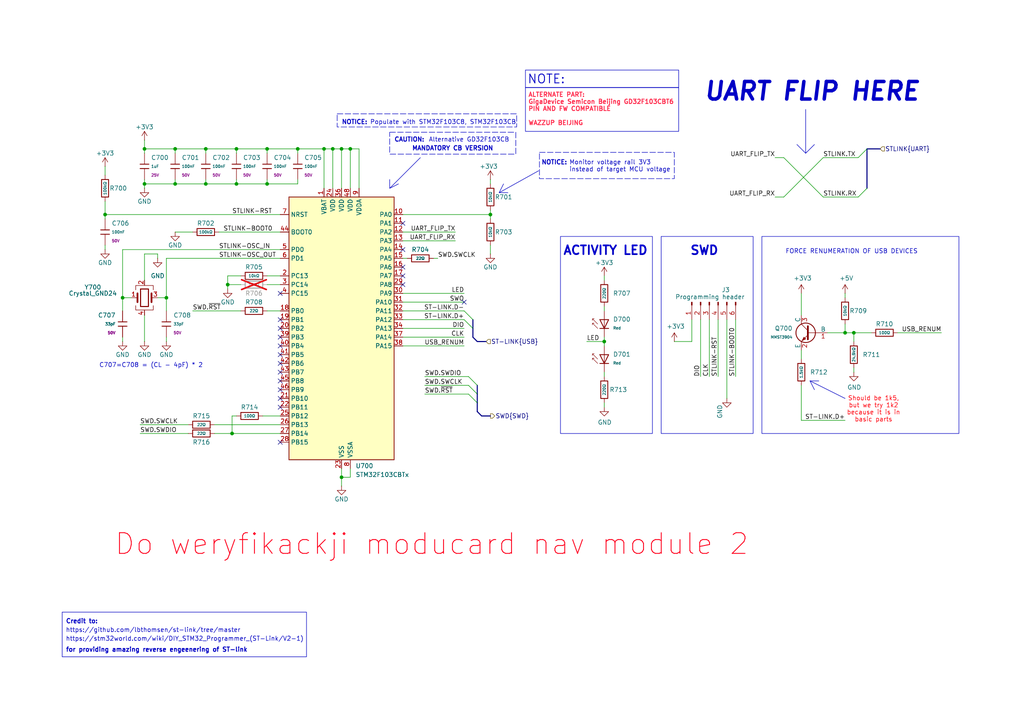
<source format=kicad_sch>
(kicad_sch (version 20250114) (generator "eeschema") (generator_version "9.0")
  (paper "A4")
  (title_block (title "Black magic probe") (date "2025-04-22") (rev "A") (company "Moducard System") (comment 1 "Artem Horiunov") (comment 2 "Designed in poland"))
  (rectangle (start 191.77 68.58) (end 218.44 125.73))
  (rectangle (start 162.56 68.58) (end 189.23 125.73))
  (rectangle (start 18.034 177.546) (end 88.9 190.5))
  (rectangle (start 152.4 25.4) (end 196.85 38.1))
  (rectangle (start 113.03 38.354) (end 149.606 44.704) (stroke (width 0) (type dash)))
  (rectangle (start 220.98 68.58) (end 278.13 125.73))
  (rectangle (start 152.4 20.32) (end 196.85 25.4))
  (rectangle (start 97.79 33.02) (end 149.86 36.83) (stroke (width 0) (type dash)))
  (rectangle (start 156.464 44.196) (end 195.58 51.816) (stroke (width 0) (type dash)))
  (text "ACTIVITY LED\n" (at 163.195 74.295 0) (effects (font (size 2.54 2.54) (thickness 0.508) (bold yes)) (justify left bottom)))
  (text "NOTICE:" (at 160.782 47.244 0) (effects (font (size 1.27 1.27) (bold yes))))
  (text "Alternative GD32F103CB " (at 136.525 40.64 0) (effects (font (size 1.27 1.27))))
  (text "FORCE RENUMERATION OF USB DEVICES" (at 247.015 73.025 0) (effects (font (size 1.27 1.27))))
  (text "for providing amazing reverse engeenering of ST-link\n" (at 19.05 188.595 0) (effects (font (size 1.27 1.27) (bold yes)) (justify left)))
  (text "Monitor voltage rail 3V3 \ninstead of target MCU voltage" (at 165.1 48.26 0) (effects (font (size 1.27 1.27)) (justify left)))
  (text "UART FLIP HERE" (at 235.458 26.67 0) (effects (font (size 5.08 5.08) (thickness 1.016) (bold yes) (italic yes))))
  (text "https://github.com/lbthomsen/st-link/tree/master" (at 19.05 182.88 0) (effects (font (size 1.27 1.27)) (justify left)))
  (text "NOTICE:" (at 99.06 35.56 0) (effects (font (size 1.27 1.27) (bold yes)) (justify left)))
  (text "SWD\n" (at 200.025 74.295 0) (effects (font (size 2.54 2.54) (thickness 0.508) (bold yes)) (justify left bottom)))
  (text "NOTE:" (at 152.908 23.114 0) (effects (font (size 2.54 2.54) (thickness 0.254) (bold yes)) (justify left)))
  (text " MANDATORY CB VERSION" (at 130.81 43.18 0) (effects (font (size 1.27 1.27) (bold yes))))
  (text "CAUTION:" (at 118.745 40.64 0) (effects (font (size 1.27 1.27) (bold yes))))
  (text "Credit to:" (at 19.05 180.34 0) (effects (font (size 1.27 1.27) (bold yes)) (justify left)))
  (text "https://stm32world.com/wiki/DIY_STM32_Programmer_(ST-Link/V2-1)" (at 19.05 185.42 0) (effects (font (size 1.27 1.27)) (justify left)))
  (text "ALTERNATE PART:\nGigaDevice Semicon Beijing GD32F103CBT6\nPIN AND FW COMPATIBLE\n\nWAZZUP BEIJING\n" (at 153.162 31.75 0) (effects (font (size 1.27 1.27) (thickness 0.254) (bold yes)) (justify left)))
  (text "Populate with STM32F103C8, STM32F103CB\n" (at 107.315 35.56 0) (effects (font (size 1.27 1.27)) (justify left)))
  (text "Should be 1k5,\nbut we try 1k2\nbecause it is in\nbasic parts" (at 253.365 118.745 0) (effects (font (size 1.27 1.27))))
  (text "Do weryfikackji moducard nav module 2\n" (at 125.222 157.988 0) (effects (font (size 6 6) (thickness 0.254) (bold yes))))
  (text "C707=C708 = (CL - 4pF) * 2\n" (at 43.815 106.045 0) (effects (font (size 1.27 1.27))))
  (junction (at 175.26 99.06))
  (junction (at 41.91 53.34))
  (junction (at 35.56 86.36))
  (junction (at 68.58 43.18))
  (junction (at 67.31 125.73))
  (junction (at 99.06 43.18))
  (junction (at 142.24 62.23))
  (junction (at 77.47 43.18))
  (junction (at 59.69 43.18))
  (junction (at 30.48 62.23))
  (junction (at 96.52 43.18))
  (junction (at 245.11 96.52))
  (junction (at 101.6 43.18))
  (junction (at 41.91 43.18))
  (junction (at 86.36 43.18))
  (junction (at 77.47 53.34))
  (junction (at 48.26 86.36))
  (junction (at 93.98 43.18))
  (junction (at 50.8 43.18))
  (junction (at 59.69 53.34))
  (junction (at 99.06 138.43))
  (junction (at 66.04 82.55))
  (junction (at 68.58 53.34))
  (junction (at 247.65 96.52))
  (junction (at 50.8 53.34))
  (no_connect (at 81.28 92.71))
  (no_connect (at 81.28 100.33))
  (no_connect (at 81.28 95.25))
  (no_connect (at 81.28 110.49))
  (no_connect (at 81.28 128.27))
  (no_connect (at 81.28 85.09))
  (no_connect (at 116.84 82.55))
  (no_connect (at 116.84 72.39))
  (no_connect (at 81.28 118.11))
  (no_connect (at 116.84 77.47))
  (no_connect (at 116.84 64.77))
  (no_connect (at 81.28 115.57))
  (no_connect (at 81.28 107.95))
  (no_connect (at 81.28 102.87))
  (no_connect (at 81.28 97.79))
  (no_connect (at 134.62 87.63))
  (no_connect (at 81.28 105.41))
  (no_connect (at 116.84 80.01))
  (no_connect (at 81.28 113.03))
  (bus_entry (at 134.62 92.71) (size 2.54 2.54))
  (bus_entry (at 134.62 90.17) (size 2.54 2.54))
  (bus_entry (at 135.89 111.76) (size 2.54 2.54))
  (bus_entry (at 135.89 109.22) (size 2.54 2.54))
  (bus_entry (at 251.46 54.61) (size -2.54 2.54))
  (bus_entry (at 135.89 114.3) (size 2.54 2.54))
  (bus_entry (at 251.46 43.18) (size -2.54 2.54))
  (wire (pts (xy 175.26 97.79) (xy 175.26 99.06)))
  (wire (pts (xy 125.73 74.93) (xy 127 74.93)))
  (wire (pts (xy 195.58 99.06) (xy 200.66 99.06)))
  (wire (pts (xy 77.47 43.18) (xy 86.36 43.18)))
  (wire (pts (xy 116.84 69.85) (xy 132.08 69.85)))
  (wire (pts (xy 41.91 43.18) (xy 41.91 44.45)))
  (bus (pts (xy 255.27 43.18) (xy 251.46 43.18)))
  (wire (pts (xy 123.19 109.22) (xy 135.89 109.22)))
  (wire (pts (xy 59.69 43.18) (xy 59.69 44.45)))
  (wire (pts (xy 116.84 97.79) (xy 134.62 97.79)))
  (bus (pts (xy 138.43 119.38) (xy 139.7 120.65)))
  (wire (pts (xy 116.84 95.25) (xy 134.62 95.25)))
  (wire (pts (xy 76.2 120.65) (xy 81.28 120.65)))
  (wire (pts (xy 99.06 43.18) (xy 96.52 43.18)))
  (wire (pts (xy 48.26 74.93) (xy 48.26 86.36)))
  (wire (pts (xy 35.56 86.36) (xy 38.1 86.36)))
  (wire (pts (xy 224.79 57.15) (xy 227.33 57.15)))
  (wire (pts (xy 35.56 97.79) (xy 35.56 99.06)))
  (wire (pts (xy 45.72 86.36) (xy 48.26 86.36)))
  (wire (pts (xy 48.26 74.93) (xy 81.28 74.93)))
  (wire (pts (xy 238.76 57.15) (xy 248.92 57.15)))
  (wire (pts (xy 41.91 40.64) (xy 41.91 43.18)))
  (wire (pts (xy 232.41 121.92) (xy 245.11 121.92)))
  (wire (pts (xy 41.91 43.18) (xy 50.8 43.18)))
  (wire (pts (xy 104.14 43.18) (xy 101.6 43.18)))
  (wire (pts (xy 59.69 52.07) (xy 59.69 53.34)))
  (wire (pts (xy 224.79 45.72) (xy 227.33 45.72)))
  (wire (pts (xy 67.31 125.73) (xy 81.28 125.73)))
  (wire (pts (xy 175.26 100.33) (xy 175.26 99.06)))
  (wire (pts (xy 93.98 43.18) (xy 96.52 43.18)))
  (wire (pts (xy 99.06 43.18) (xy 99.06 54.61)))
  (wire (pts (xy 175.26 90.17) (xy 175.26 88.9)))
  (polyline (pts (xy 156.21 49.53) (xy 144.78 55.88)))
  (wire (pts (xy 116.84 85.09) (xy 134.62 85.09)))
  (wire (pts (xy 232.41 101.6) (xy 232.41 104.14)))
  (wire (pts (xy 30.48 62.23) (xy 81.28 62.23)))
  (wire (pts (xy 116.84 92.71) (xy 134.62 92.71)))
  (wire (pts (xy 86.36 52.07) (xy 86.36 53.34)))
  (wire (pts (xy 77.47 52.07) (xy 77.47 53.34)))
  (wire (pts (xy 116.84 62.23) (xy 142.24 62.23)))
  (wire (pts (xy 77.47 80.01) (xy 81.28 80.01)))
  (bus (pts (xy 139.7 120.65) (xy 142.24 120.65)))
  (wire (pts (xy 116.84 100.33) (xy 134.62 100.33)))
  (wire (pts (xy 245.11 93.98) (xy 245.11 96.52)))
  (wire (pts (xy 41.91 53.34) (xy 41.91 54.61)))
  (wire (pts (xy 208.28 109.22) (xy 208.28 92.71)))
  (wire (pts (xy 48.26 86.36) (xy 48.26 90.17)))
  (wire (pts (xy 104.14 54.61) (xy 104.14 43.18)))
  (polyline (pts (xy 233.68 44.45) (xy 236.22 41.91)))
  (wire (pts (xy 68.58 43.18) (xy 68.58 44.45)))
  (bus (pts (xy 138.43 99.06) (xy 140.97 99.06)))
  (wire (pts (xy 62.23 123.19) (xy 81.28 123.19)))
  (polyline (pts (xy 121.92 45.72) (xy 113.03 54.61)))
  (wire (pts (xy 77.47 43.18) (xy 77.47 44.45)))
  (polyline (pts (xy 233.68 31.75) (xy 233.68 44.45)))
  (bus (pts (xy 251.46 43.18) (xy 251.46 54.61)))
  (wire (pts (xy 86.36 44.45) (xy 86.36 43.18)))
  (bus (pts (xy 137.16 95.25) (xy 137.16 97.79)))
  (wire (pts (xy 101.6 135.89) (xy 101.6 138.43)))
  (wire (pts (xy 67.31 120.65) (xy 68.58 120.65)))
  (wire (pts (xy 77.47 53.34) (xy 86.36 53.34)))
  (wire (pts (xy 116.84 90.17) (xy 134.62 90.17)))
  (wire (pts (xy 203.2 109.22) (xy 203.2 92.71)))
  (wire (pts (xy 252.73 96.52) (xy 247.65 96.52)))
  (wire (pts (xy 45.72 73.66) (xy 45.72 74.93)))
  (wire (pts (xy 101.6 43.18) (xy 101.6 54.61)))
  (wire (pts (xy 35.56 72.39) (xy 35.56 86.36)))
  (wire (pts (xy 227.33 45.72) (xy 238.76 57.15)))
  (wire (pts (xy 142.24 71.12) (xy 142.24 73.66)))
  (wire (pts (xy 41.91 52.07) (xy 41.91 53.34)))
  (wire (pts (xy 142.24 60.96) (xy 142.24 62.23)))
  (wire (pts (xy 101.6 138.43) (xy 99.06 138.43)))
  (polyline (pts (xy 113.03 52.07) (xy 113.03 54.61)))
  (wire (pts (xy 66.04 82.55) (xy 69.85 82.55)))
  (wire (pts (xy 213.36 109.22) (xy 213.36 92.71)))
  (wire (pts (xy 41.91 91.44) (xy 41.91 99.06)))
  (polyline (pts (xy 144.78 55.88) (xy 146.05 53.34)))
  (wire (pts (xy 55.88 90.17) (xy 69.85 90.17)))
  (wire (pts (xy 50.8 43.18) (xy 59.69 43.18)))
  (wire (pts (xy 41.91 73.66) (xy 45.72 73.66)))
  (wire (pts (xy 50.8 43.18) (xy 50.8 44.45)))
  (wire (pts (xy 101.6 43.18) (xy 99.06 43.18)))
  (polyline (pts (xy 234.95 110.49) (xy 237.49 110.49)))
  (wire (pts (xy 116.84 87.63) (xy 134.62 87.63)))
  (wire (pts (xy 86.36 43.18) (xy 93.98 43.18)))
  (wire (pts (xy 93.98 43.18) (xy 93.98 54.61)))
  (polyline (pts (xy 245.11 115.57) (xy 234.95 110.49)))
  (wire (pts (xy 63.5 67.31) (xy 81.28 67.31)))
  (bus (pts (xy 138.43 99.06) (xy 137.16 97.79)))
  (bus (pts (xy 138.43 116.84) (xy 138.43 119.38)))
  (wire (pts (xy 62.23 125.73) (xy 67.31 125.73)))
  (wire (pts (xy 35.56 72.39) (xy 81.28 72.39)))
  (wire (pts (xy 175.26 107.95) (xy 175.26 109.22)))
  (polyline (pts (xy 113.03 54.61) (xy 115.57 53.34)))
  (wire (pts (xy 175.26 118.11) (xy 175.26 116.84)))
  (wire (pts (xy 175.26 81.28) (xy 175.26 80.01)))
  (wire (pts (xy 50.8 67.31) (xy 55.88 67.31)))
  (wire (pts (xy 205.74 109.22) (xy 205.74 92.71)))
  (wire (pts (xy 30.48 58.42) (xy 30.48 62.23)))
  (wire (pts (xy 232.41 85.09) (xy 232.41 91.44)))
  (wire (pts (xy 238.76 45.72) (xy 248.92 45.72)))
  (wire (pts (xy 40.64 123.19) (xy 54.61 123.19)))
  (wire (pts (xy 227.33 57.15) (xy 238.76 45.72)))
  (wire (pts (xy 68.58 43.18) (xy 77.47 43.18)))
  (wire (pts (xy 50.8 52.07) (xy 50.8 53.34)))
  (wire (pts (xy 50.8 53.34) (xy 59.69 53.34)))
  (wire (pts (xy 123.19 114.3) (xy 135.89 114.3)))
  (bus (pts (xy 138.43 114.3) (xy 138.43 116.84)))
  (wire (pts (xy 247.65 106.68) (xy 247.65 107.95)))
  (wire (pts (xy 30.48 62.23) (xy 30.48 63.5)))
  (wire (pts (xy 59.69 53.34) (xy 68.58 53.34)))
  (wire (pts (xy 30.48 71.12) (xy 30.48 72.39)))
  (wire (pts (xy 99.06 135.89) (xy 99.06 138.43)))
  (wire (pts (xy 81.28 82.55) (xy 77.47 82.55)))
  (wire (pts (xy 59.69 43.18) (xy 68.58 43.18)))
  (wire (pts (xy 245.11 85.09) (xy 245.11 86.36)))
  (wire (pts (xy 142.24 62.23) (xy 142.24 63.5)))
  (wire (pts (xy 116.84 67.31) (xy 132.08 67.31)))
  (wire (pts (xy 67.31 120.65) (xy 67.31 125.73)))
  (polyline (pts (xy 231.14 41.91) (xy 233.68 44.45)))
  (wire (pts (xy 123.19 111.76) (xy 135.89 111.76)))
  (wire (pts (xy 200.66 99.06) (xy 200.66 92.71)))
  (wire (pts (xy 68.58 52.07) (xy 68.58 53.34)))
  (polyline (pts (xy 144.78 55.88) (xy 147.32 55.88)))
  (wire (pts (xy 232.41 111.76) (xy 232.41 121.92)))
  (wire (pts (xy 77.47 90.17) (xy 81.28 90.17)))
  (wire (pts (xy 247.65 99.06) (xy 247.65 96.52)))
  (wire (pts (xy 175.26 99.06) (xy 170.18 99.06)))
  (wire (pts (xy 273.05 96.52) (xy 260.35 96.52)))
  (wire (pts (xy 96.52 43.18) (xy 96.52 54.61)))
  (wire (pts (xy 245.11 96.52) (xy 247.65 96.52)))
  (wire (pts (xy 142.24 52.07) (xy 142.24 53.34)))
  (polyline (pts (xy 234.95 110.49) (xy 236.22 113.03)))
  (wire (pts (xy 48.26 97.79) (xy 48.26 99.06)))
  (bus (pts (xy 137.16 92.71) (xy 137.16 95.25)))
  (wire (pts (xy 66.04 80.01) (xy 66.04 82.55)))
  (wire (pts (xy 116.84 74.93) (xy 118.11 74.93)))
  (wire (pts (xy 99.06 138.43) (xy 99.06 140.97)))
  (wire (pts (xy 40.64 125.73) (xy 54.61 125.73)))
  (bus (pts (xy 138.43 114.3) (xy 138.43 111.76)))
  (wire (pts (xy 66.04 80.01) (xy 69.85 80.01)))
  (wire (pts (xy 35.56 86.36) (xy 35.56 90.17)))
  (wire (pts (xy 30.48 48.26) (xy 30.48 50.8)))
  (wire (pts (xy 66.04 82.55) (xy 66.04 83.82)))
  (wire (pts (xy 41.91 81.28) (xy 41.91 73.66)))
  (wire (pts (xy 210.82 115.57) (xy 210.82 92.71)))
  (wire (pts (xy 68.58 53.34) (xy 77.47 53.34)))
  (wire (pts (xy 245.11 96.52) (xy 240.03 96.52)))
  (wire (pts (xy 41.91 53.34) (xy 50.8 53.34)))
  (label "USB_RENUM" (at 134.62 100.33 180))
  (label "STLINK.TX" (at 238.76 45.72 0))
  (label "LED" (at 134.62 85.09 180))
  (label "SWD.SWDIO" (at 40.64 125.73 0))
  (label "SWD.~{RST}" (at 55.88 90.17 0))
  (label "UART_FLIP_TX" (at 224.79 45.72 180))
  (label "DIO" (at 134.62 95.25 180))
  (label "STLINK-RST" (at 208.28 109.22 90))
  (label "UART_FLIP_RX" (at 132.08 69.85 180))
  (label "STLINK-OSC_IN" (at 63.5 72.39 0))
  (label "UART_FLIP_TX" (at 132.08 67.31 180))
  (label "CLK" (at 205.74 109.22 90))
  (label "SWD.SWCLK" (at 123.19 111.76 0))
  (label "STLINK-BOOT0" (at 64.77 67.31 0))
  (label "SWD.SWDIO" (at 123.19 109.22 0))
  (label "CLK" (at 134.62 97.79 180))
  (label "STLINK-BOOT0" (at 213.36 109.22 90))
  (label "STLINK-OSC_OUT" (at 63.5 74.93 0))
  (label "SWO" (at 134.62 87.63 180))
  (label "STLINK-RST" (at 67.31 62.23 0))
  (label "SWD.SWCLK" (at 40.64 123.19 0))
  (label "UART_FLIP_RX" (at 224.79 57.15 180))
  (label "SWD.~{RST}" (at 123.19 114.3 0))
  (label "ST-LINK.D-" (at 134.62 90.17 180))
  (label "LED" (at 170.18 99.06 0))
  (label "STLINK.RX" (at 238.76 57.15 0))
  (label "SWD.SWCLK" (at 127 74.93 0))
  (label "ST-LINK.D+" (at 134.62 92.71 180))
  (label "ST-LINK.D+" (at 245.11 121.92 180))
  (label "USB_RENUM" (at 273.05 96.52 180))
  (label "DIO" (at 203.2 109.22 90))
  (hierarchical_label "STLINK{UART}" (shape input) (at 255.27 43.18 0))
  (hierarchical_label "SWD{SWD}" (shape output) (at 142.24 120.65 0))
  (hierarchical_label "ST-LINK{USB}" (shape input) (at 140.97 99.06 0))
  (symbol (lib_id "PCM_JLCPCB-Capacitors:0402,33pF") (at 35.56 93.98 0) (unit 1)
    (property "Reference" "C707" (at 33.528 91.4399 0) (effects (justify right)))
    (property "Value" "33pF" (at 33.528 93.98 0) (effects (font (size 0.8 0.8)) (justify right)))
    (property "Footprint" "PCM_JLCPCB:C_0402" (effects (hide yes)))
    (property "Datasheet" "https://www.lcsc.com/datasheet/lcsc_datasheet_2304140030_FH--Guangdong-Fenghua-Advanced-Tech-0402CG330J500NT_C1562.pdf" (effects (hide yes)))
    (property "Description" "50V 33pF C0G ±5% 0402 Multilayer Ceramic Capacitors MLCC - SMD/SMT ROHS" (effects (hide yes)))
    (property "LCSC" "C1562" (effects (hide yes)))
    (property "Stock" "1049076" (effects (hide yes)))
    (property "Price" "0.004USD" (effects (hide yes)))
    (property "Process" "SMT" (effects (hide yes)))
    (property "Minimum Qty" "20" (effects (hide yes)))
    (property "Attrition Qty" "10" (effects (hide yes)))
    (property "Class" "Basic Component" (effects (hide yes)))
    (property "Category" "Capacitors,Multilayer Ceramic Capacitors MLCC - SMD/SMT" (effects (hide yes)))
    (property "Manufacturer" "FH(Guangdong Fenghua Advanced Tech)" (effects (hide yes)))
    (property "Part" "0402CG330J500NT" (effects (hide yes)))
    (property "Voltage Rated" "50V" (at 33.528 96.52 0) (effects (font (size 0.8 0.8)) (justify right)))
    (property "Tolerance" "±5%" (effects (hide yes)))
    (property "Capacitance" "33pF" (effects (hide yes)))
    (property "Temperature Coefficient" "C0G" (effects (hide yes)))
  )
  (symbol (lib_id "power:GND") (at 30.48 72.39 0) (unit 1)
    (property "Reference" "#PWR0705" (effects (hide yes)))
    (property "Value" "GND" (at 30.48 76.2 0))
    (property "Description" "Power symbol creates a global label with name \"GND\" , ground" (effects (hide yes)))
  )
  (symbol (lib_id "PCM_JLCPCB-Capacitors:0402,100nF,(2)") (at 30.48 67.31 0) (unit 1)
    (property "Reference" "C706" (at 32.385 64.7699 0) (effects (justify left)))
    (property "Value" "100nF" (at 32.385 67.31 0) (effects (font (size 0.8 0.8)) (justify left)))
    (property "Footprint" "PCM_JLCPCB:C_0402" (effects (hide yes)))
    (property "Datasheet" "https://www.lcsc.com/datasheet/lcsc_datasheet_2304140030_Samsung-Electro-Mechanics-CL05B104KB54PNC_C307331.pdf" (effects (hide yes)))
    (property "Description" "50V 100nF X7R ±10% 0402 Multilayer Ceramic Capacitors MLCC - SMD/SMT ROHS" (effects (hide yes)))
    (property "LCSC" "C307331" (effects (hide yes)))
    (property "Stock" "5436546" (effects (hide yes)))
    (property "Price" "0.008USD" (effects (hide yes)))
    (property "Process" "SMT" (effects (hide yes)))
    (property "Minimum Qty" "20" (effects (hide yes)))
    (property "Attrition Qty" "10" (effects (hide yes)))
    (property "Class" "Basic Component" (effects (hide yes)))
    (property "Category" "Capacitors,Multilayer Ceramic Capacitors MLCC - SMD/SMT" (effects (hide yes)))
    (property "Manufacturer" "Samsung Electro-Mechanics" (effects (hide yes)))
    (property "Part" "CL05B104KB54PNC" (effects (hide yes)))
    (property "Voltage Rated" "50V" (at 32.385 69.85 0) (effects (font (size 0.8 0.8)) (justify left)))
    (property "Tolerance" "±10%" (effects (hide yes)))
    (property "Capacitance" "100nF" (effects (hide yes)))
    (property "Temperature Coefficient" "X7R" (effects (hide yes)))
  )
  (symbol (lib_id "power:GND") (at 41.91 54.61 0) (unit 1)
    (property "Reference" "#PWR0703" (effects (hide yes)))
    (property "Value" "GND" (at 41.91 58.42 0))
    (property "Description" "Power symbol creates a global label with name \"GND\" , ground" (effects (hide yes)))
  )
  (symbol (lib_id "power:GND") (at 41.91 99.06 0) (unit 1)
    (property "Reference" "#PWR0331" (effects (hide yes)))
    (property "Value" "GND" (at 41.91 102.87 0))
    (property "Description" "Power symbol creates a global label with name \"GND\" , ground" (effects (hide yes)))
  )
  (symbol (lib_id "PCM_JLCPCB-Resistors:0402,10kΩ") (at 73.66 82.55 90) (unit 1) (in_bom no) (dnp yes)
    (property "Reference" "R706" (at 73.66 85.09 90))
    (property "Value" "10kΩ" (at 73.66 82.55 90) (effects (font (size 0.8 0.8))))
    (property "Footprint" "PCM_JLCPCB:R_0402" (effects (hide yes)))
    (property "Datasheet" "https://www.lcsc.com/datasheet/lcsc_datasheet_2411221126_UNI-ROYAL-Uniroyal-Elec-0402WGF1002TCE_C25744.pdf" (effects (hide yes)))
    (property "Description" "62.5mW Thick Film Resistors 50V ±100ppm/°C ±1% 10kΩ 0402 Chip Resistor - Surface Mount ROHS" (effects (hide yes)))
    (property "LCSC" "C25744" (effects (hide yes)))
    (property "Stock" "13746052" (effects (hide yes)))
    (property "Price" "0.004USD" (effects (hide yes)))
    (property "Process" "SMT" (effects (hide yes)))
    (property "Minimum Qty" "5" (effects (hide yes)))
    (property "Attrition Qty" "0" (effects (hide yes)))
    (property "Class" "Basic Component" (effects (hide yes)))
    (property "Category" "Resistors,Chip Resistor - Surface Mount" (effects (hide yes)))
    (property "Manufacturer" "UNI-ROYAL(Uniroyal Elec)" (effects (hide yes)))
    (property "Part" "0402WGF1002TCE" (effects (hide yes)))
    (property "Resistance" "10kΩ" (effects (hide yes)))
    (property "Power(Watts)" "62.5mW" (effects (hide yes)))
    (property "Type" "Thick Film Resistors" (effects (hide yes)))
    (property "Overload Voltage (Max)" "50V" (effects (hide yes)))
    (property "Operating Temperature Range" "-55°C~+155°C" (effects (hide yes)))
    (property "Tolerance" "±1%" (effects (hide yes)))
    (property "Temperature Coefficient" "±100ppm/°C" (effects (hide yes)))
  )
  (symbol (lib_id "power:GND") (at 142.24 73.66 0) (unit 1)
    (property "Reference" "#PWR0706" (effects (hide yes)))
    (property "Value" "GND" (at 142.24 77.47 0))
    (property "Description" "Power symbol creates a global label with name \"GND\" , ground" (effects (hide yes)))
  )
  (symbol (lib_id "PCM_JLCPCB-Capacitors:0402,100nF,(2)") (at 86.36 48.26 0) (unit 1)
    (property "Reference" "C705" (at 88.265 45.7199 0) (effects (justify left)))
    (property "Value" "100nF" (at 88.265 48.26 0) (effects (font (size 0.8 0.8)) (justify left)))
    (property "Footprint" "PCM_JLCPCB:C_0402" (effects (hide yes)))
    (property "Datasheet" "https://www.lcsc.com/datasheet/lcsc_datasheet_2304140030_Samsung-Electro-Mechanics-CL05B104KB54PNC_C307331.pdf" (effects (hide yes)))
    (property "Description" "50V 100nF X7R ±10% 0402 Multilayer Ceramic Capacitors MLCC - SMD/SMT ROHS" (effects (hide yes)))
    (property "LCSC" "C307331" (effects (hide yes)))
    (property "Stock" "5436546" (effects (hide yes)))
    (property "Price" "0.008USD" (effects (hide yes)))
    (property "Process" "SMT" (effects (hide yes)))
    (property "Minimum Qty" "20" (effects (hide yes)))
    (property "Attrition Qty" "10" (effects (hide yes)))
    (property "Class" "Basic Component" (effects (hide yes)))
    (property "Category" "Capacitors,Multilayer Ceramic Capacitors MLCC - SMD/SMT" (effects (hide yes)))
    (property "Manufacturer" "Samsung Electro-Mechanics" (effects (hide yes)))
    (property "Part" "CL05B104KB54PNC" (effects (hide yes)))
    (property "Voltage Rated" "50V" (at 88.265 50.8 0) (effects (font (size 0.8 0.8)) (justify left)))
    (property "Tolerance" "±10%" (effects (hide yes)))
    (property "Capacitance" "100nF" (effects (hide yes)))
    (property "Temperature Coefficient" "X7R" (effects (hide yes)))
  )
  (symbol (lib_id "power:GND") (at 48.26 99.06 0) (unit 1)
    (property "Reference" "#PWR0713" (effects (hide yes)))
    (property "Value" "GND" (at 48.26 102.87 0))
    (property "Description" "Power symbol creates a global label with name \"GND\" , ground" (effects (hide yes)))
  )
  (symbol (lib_id "PCM_JLCPCB-Resistors:0402,220Ω") (at 175.26 85.09 0) (unit 1)
    (property "Reference" "R707" (at 177.8 85.0899 0) (effects (justify left)))
    (property "Value" "220Ω" (at 175.26 85.09 90) (effects (font (size 0.8 0.8))))
    (property "Footprint" "PCM_JLCPCB:R_0402" (effects (hide yes)))
    (property "Datasheet" "https://www.lcsc.com/datasheet/lcsc_datasheet_2205311900_UNI-ROYAL-Uniroyal-Elec-0402WGF2200TCE_C25091.pdf" (effects (hide yes)))
    (property "Description" "62.5mW Thick Film Resistors 50V ±100ppm/°C ±1% 220Ω 0402 Chip Resistor - Surface Mount ROHS" (effects (hide yes)))
    (property "LCSC" "C25091" (effects (hide yes)))
    (property "Stock" "617243" (effects (hide yes)))
    (property "Price" "0.004USD" (effects (hide yes)))
    (property "Process" "SMT" (effects (hide yes)))
    (property "Minimum Qty" "20" (effects (hide yes)))
    (property "Attrition Qty" "10" (effects (hide yes)))
    (property "Class" "Basic Component" (effects (hide yes)))
    (property "Category" "Resistors,Chip Resistor - Surface Mount" (effects (hide yes)))
    (property "Manufacturer" "UNI-ROYAL(Uniroyal Elec)" (effects (hide yes)))
    (property "Part" "0402WGF2200TCE" (effects (hide yes)))
    (property "Resistance" "220Ω" (effects (hide yes)))
    (property "Power(Watts)" "62.5mW" (effects (hide yes)))
    (property "Type" "Thick Film Resistors" (effects (hide yes)))
    (property "Overload Voltage (Max)" "50V" (effects (hide yes)))
    (property "Operating Temperature Range" "-55°C~+155°C" (effects (hide yes)))
    (property "Tolerance" "±1%" (effects (hide yes)))
    (property "Temperature Coefficient" "±100ppm/°C" (effects (hide yes)))
  )
  (symbol (lib_id "PCM_JLCPCB-Resistors:0402,22Ω") (at 73.66 90.17 90) (unit 1)
    (property "Reference" "R708" (at 73.66 87.63 90))
    (property "Value" "22Ω" (at 73.66 90.17 90) (effects (font (size 0.8 0.8))))
    (property "Footprint" "PCM_JLCPCB:R_0402" (effects (hide yes)))
    (property "Datasheet" "https://www.lcsc.com/datasheet/lcsc_datasheet_2205311900_UNI-ROYAL-Uniroyal-Elec-0402WGF220JTCE_C25092.pdf" (effects (hide yes)))
    (property "Description" "62.5mW Thick Film Resistors 50V ±1% ±100ppm/°C 22Ω 0402 Chip Resistor - Surface Mount ROHS" (effects (hide yes)))
    (property "LCSC" "C25092" (effects (hide yes)))
    (property "Stock" "2158519" (effects (hide yes)))
    (property "Price" "0.004USD" (effects (hide yes)))
    (property "Process" "SMT" (effects (hide yes)))
    (property "Minimum Qty" "20" (effects (hide yes)))
    (property "Attrition Qty" "10" (effects (hide yes)))
    (property "Class" "Basic Component" (effects (hide yes)))
    (property "Category" "Resistors,Chip Resistor - Surface Mount" (effects (hide yes)))
    (property "Manufacturer" "UNI-ROYAL(Uniroyal Elec)" (effects (hide yes)))
    (property "Part" "0402WGF220JTCE" (effects (hide yes)))
    (property "Resistance" "22Ω" (effects (hide yes)))
    (property "Power(Watts)" "62.5mW" (effects (hide yes)))
    (property "Type" "Thick Film Resistors" (effects (hide yes)))
    (property "Overload Voltage (Max)" "50V" (effects (hide yes)))
    (property "Operating Temperature Range" "-55°C~+155°C" (effects (hide yes)))
    (property "Tolerance" "±1%" (effects (hide yes)))
    (property "Temperature Coefficient" "±100ppm/°C" (effects (hide yes)))
  )
  (symbol (lib_id "power:GND") (at 50.8 67.31 0) (unit 1)
    (property "Reference" "#PWR0704" (effects (hide yes)))
    (property "Value" "GND" (at 50.8 71.12 0))
    (property "Description" "Power symbol creates a global label with name \"GND\" , ground" (effects (hide yes)))
  )
  (symbol (lib_id "power:GND") (at 45.72 74.93 0) (unit 1)
    (property "Reference" "#PWR0400" (effects (hide yes)))
    (property "Value" "GND" (at 45.72 80.01 0))
    (property "Description" "Power symbol creates a global label with name \"GND\" , ground" (effects (hide yes)))
  )
  (symbol (lib_id "PCM_JLCPCB-Capacitors:0402,100nF,(2)") (at 77.47 48.26 0) (unit 1)
    (property "Reference" "C704" (at 79.375 45.7199 0) (effects (justify left)))
    (property "Value" "100nF" (at 79.375 48.26 0) (effects (font (size 0.8 0.8)) (justify left)))
    (property "Footprint" "PCM_JLCPCB:C_0402" (effects (hide yes)))
    (property "Datasheet" "https://www.lcsc.com/datasheet/lcsc_datasheet_2304140030_Samsung-Electro-Mechanics-CL05B104KB54PNC_C307331.pdf" (effects (hide yes)))
    (property "Description" "50V 100nF X7R ±10% 0402 Multilayer Ceramic Capacitors MLCC - SMD/SMT ROHS" (effects (hide yes)))
    (property "LCSC" "C307331" (effects (hide yes)))
    (property "Stock" "5436546" (effects (hide yes)))
    (property "Price" "0.008USD" (effects (hide yes)))
    (property "Process" "SMT" (effects (hide yes)))
    (property "Minimum Qty" "20" (effects (hide yes)))
    (property "Attrition Qty" "10" (effects (hide yes)))
    (property "Class" "Basic Component" (effects (hide yes)))
    (property "Category" "Capacitors,Multilayer Ceramic Capacitors MLCC - SMD/SMT" (effects (hide yes)))
    (property "Manufacturer" "Samsung Electro-Mechanics" (effects (hide yes)))
    (property "Part" "CL05B104KB54PNC" (effects (hide yes)))
    (property "Voltage Rated" "50V" (at 79.375 50.8 0) (effects (font (size 0.8 0.8)) (justify left)))
    (property "Tolerance" "±10%" (effects (hide yes)))
    (property "Capacitance" "100nF" (effects (hide yes)))
    (property "Temperature Coefficient" "X7R" (effects (hide yes)))
  )
  (symbol (lib_id "PCM_JLCPCB-Resistors:0402,220Ω") (at 175.26 113.03 0) (unit 1)
    (property "Reference" "R713" (at 176.784 113.03 0) (effects (justify left)))
    (property "Value" "220Ω" (at 175.26 113.03 90) (effects (font (size 0.8 0.8))))
    (property "Footprint" "PCM_JLCPCB:R_0402" (effects (hide yes)))
    (property "Datasheet" "https://www.lcsc.com/datasheet/lcsc_datasheet_2205311900_UNI-ROYAL-Uniroyal-Elec-0402WGF2200TCE_C25091.pdf" (effects (hide yes)))
    (property "Description" "62.5mW Thick Film Resistors 50V ±100ppm/°C ±1% 220Ω 0402 Chip Resistor - Surface Mount ROHS" (effects (hide yes)))
    (property "LCSC" "C25091" (effects (hide yes)))
    (property "Stock" "617243" (effects (hide yes)))
    (property "Price" "0.004USD" (effects (hide yes)))
    (property "Process" "SMT" (effects (hide yes)))
    (property "Minimum Qty" "20" (effects (hide yes)))
    (property "Attrition Qty" "10" (effects (hide yes)))
    (property "Class" "Basic Component" (effects (hide yes)))
    (property "Category" "Resistors,Chip Resistor - Surface Mount" (effects (hide yes)))
    (property "Manufacturer" "UNI-ROYAL(Uniroyal Elec)" (effects (hide yes)))
    (property "Part" "0402WGF2200TCE" (effects (hide yes)))
    (property "Resistance" "220Ω" (effects (hide yes)))
    (property "Power(Watts)" "62.5mW" (effects (hide yes)))
    (property "Type" "Thick Film Resistors" (effects (hide yes)))
    (property "Overload Voltage (Max)" "50V" (effects (hide yes)))
    (property "Operating Temperature Range" "-55°C~+155°C" (effects (hide yes)))
    (property "Tolerance" "±1%" (effects (hide yes)))
    (property "Temperature Coefficient" "±100ppm/°C" (effects (hide yes)))
  )
  (symbol (lib_id "power:+3V3") (at 195.58 99.06 0) (unit 1)
    (property "Reference" "#PWR0711" (effects (hide yes)))
    (property "Value" "+3V3" (at 195.961 94.6658 0))
    (property "Description" "Power symbol creates a global label with name \"+3V3\"" (effects (hide yes)))
  )
  (symbol (lib_id "power:GND") (at 247.65 107.95 0) (unit 1)
    (property "Reference" "#PWR0715" (effects (hide yes)))
    (property "Value" "GND" (at 247.777 112.3442 0))
    (property "Description" "Power symbol creates a global label with name \"GND\" , ground" (effects (hide yes)))
  )
  (symbol (lib_id "PCM_JLCPCB-Resistors:0402,1.5kΩ") (at 232.41 107.95 0) (unit 1)
    (property "Reference" "R712" (at 234.95 107.9499 0) (effects (justify left)))
    (property "Value" "1.5kΩ" (at 232.41 107.95 90) (effects (font (size 0.8 0.8))))
    (property "Footprint" "PCM_JLCPCB:R_0402" (effects (hide yes)))
    (property "Datasheet" "https://www.lcsc.com/datasheet/lcsc_datasheet_2206010045_UNI-ROYAL-Uniroyal-Elec-0402WGF1501TCE_C25867.pdf" (effects (hide yes)))
    (property "Description" "62.5mW Thick Film Resistors 50V ±100ppm/°C ±1% 1.5kΩ 0402 Chip Resistor - Surface Mount ROHS" (effects (hide yes)))
    (property "LCSC" "C25867" (effects (hide yes)))
    (property "Stock" "983176" (effects (hide yes)))
    (property "Price" "0.004USD" (effects (hide yes)))
    (property "Process" "SMT" (effects (hide yes)))
    (property "Minimum Qty" "20" (effects (hide yes)))
    (property "Attrition Qty" "10" (effects (hide yes)))
    (property "Class" "Basic Component" (effects (hide yes)))
    (property "Category" "Resistors,Chip Resistor - Surface Mount" (effects (hide yes)))
    (property "Manufacturer" "UNI-ROYAL(Uniroyal Elec)" (effects (hide yes)))
    (property "Part" "0402WGF1501TCE" (effects (hide yes)))
    (property "Resistance" "1.5kΩ" (effects (hide yes)))
    (property "Power(Watts)" "62.5mW" (effects (hide yes)))
    (property "Type" "Thick Film Resistors" (effects (hide yes)))
    (property "Overload Voltage (Max)" "50V" (effects (hide yes)))
    (property "Operating Temperature Range" "-55°C~+155°C" (effects (hide yes)))
    (property "Tolerance" "±1%" (effects (hide yes)))
    (property "Temperature Coefficient" "±100ppm/°C" (effects (hide yes)))
  )
  (symbol (lib_id "PCM_JLCPCB-Resistors:0402,22Ω") (at 121.92 74.93 90) (unit 1)
    (property "Reference" "R704" (at 121.92 72.39 90))
    (property "Value" "22Ω" (at 121.92 74.93 90) (effects (font (size 0.8 0.8))))
    (property "Footprint" "PCM_JLCPCB:R_0402" (effects (hide yes)))
    (property "Datasheet" "https://www.lcsc.com/datasheet/lcsc_datasheet_2205311900_UNI-ROYAL-Uniroyal-Elec-0402WGF220JTCE_C25092.pdf" (effects (hide yes)))
    (property "Description" "62.5mW Thick Film Resistors 50V ±1% ±100ppm/°C 22Ω 0402 Chip Resistor - Surface Mount ROHS" (effects (hide yes)))
    (property "LCSC" "C25092" (effects (hide yes)))
    (property "Stock" "2158519" (effects (hide yes)))
    (property "Price" "0.004USD" (effects (hide yes)))
    (property "Process" "SMT" (effects (hide yes)))
    (property "Minimum Qty" "20" (effects (hide yes)))
    (property "Attrition Qty" "10" (effects (hide yes)))
    (property "Class" "Basic Component" (effects (hide yes)))
    (property "Category" "Resistors,Chip Resistor - Surface Mount" (effects (hide yes)))
    (property "Manufacturer" "UNI-ROYAL(Uniroyal Elec)" (effects (hide yes)))
    (property "Part" "0402WGF220JTCE" (effects (hide yes)))
    (property "Resistance" "22Ω" (effects (hide yes)))
    (property "Power(Watts)" "62.5mW" (effects (hide yes)))
    (property "Type" "Thick Film Resistors" (effects (hide yes)))
    (property "Overload Voltage (Max)" "50V" (effects (hide yes)))
    (property "Operating Temperature Range" "-55°C~+155°C" (effects (hide yes)))
    (property "Tolerance" "±1%" (effects (hide yes)))
    (property "Temperature Coefficient" "±100ppm/°C" (effects (hide yes)))
  )
  (symbol (lib_id "PCM_JLCPCB-Capacitors:0402,100nF,(2)") (at 50.8 48.26 0) (unit 1)
    (property "Reference" "C701" (at 52.705 45.7199 0) (effects (justify left)))
    (property "Value" "100nF" (at 52.705 48.26 0) (effects (font (size 0.8 0.8)) (justify left)))
    (property "Footprint" "PCM_JLCPCB:C_0402" (effects (hide yes)))
    (property "Datasheet" "https://www.lcsc.com/datasheet/lcsc_datasheet_2304140030_Samsung-Electro-Mechanics-CL05B104KB54PNC_C307331.pdf" (effects (hide yes)))
    (property "Description" "50V 100nF X7R ±10% 0402 Multilayer Ceramic Capacitors MLCC - SMD/SMT ROHS" (effects (hide yes)))
    (property "LCSC" "C307331" (effects (hide yes)))
    (property "Stock" "5436546" (effects (hide yes)))
    (property "Price" "0.008USD" (effects (hide yes)))
    (property "Process" "SMT" (effects (hide yes)))
    (property "Minimum Qty" "20" (effects (hide yes)))
    (property "Attrition Qty" "10" (effects (hide yes)))
    (property "Class" "Basic Component" (effects (hide yes)))
    (property "Category" "Capacitors,Multilayer Ceramic Capacitors MLCC - SMD/SMT" (effects (hide yes)))
    (property "Manufacturer" "Samsung Electro-Mechanics" (effects (hide yes)))
    (property "Part" "CL05B104KB54PNC" (effects (hide yes)))
    (property "Voltage Rated" "50V" (at 52.705 50.8 0) (effects (font (size 0.8 0.8)) (justify left)))
    (property "Tolerance" "±10%" (effects (hide yes)))
    (property "Capacitance" "100nF" (effects (hide yes)))
    (property "Temperature Coefficient" "X7R" (effects (hide yes)))
  )
  (symbol (lib_id "PCM_JLCPCB-Capacitors:0402,100nF,(2)") (at 59.69 48.26 0) (unit 1)
    (property "Reference" "C702" (at 61.595 45.7199 0) (effects (justify left)))
    (property "Value" "100nF" (at 61.595 48.26 0) (effects (font (size 0.8 0.8)) (justify left)))
    (property "Footprint" "PCM_JLCPCB:C_0402" (effects (hide yes)))
    (property "Datasheet" "https://www.lcsc.com/datasheet/lcsc_datasheet_2304140030_Samsung-Electro-Mechanics-CL05B104KB54PNC_C307331.pdf" (effects (hide yes)))
    (property "Description" "50V 100nF X7R ±10% 0402 Multilayer Ceramic Capacitors MLCC - SMD/SMT ROHS" (effects (hide yes)))
    (property "LCSC" "C307331" (effects (hide yes)))
    (property "Stock" "5436546" (effects (hide yes)))
    (property "Price" "0.008USD" (effects (hide yes)))
    (property "Process" "SMT" (effects (hide yes)))
    (property "Minimum Qty" "20" (effects (hide yes)))
    (property "Attrition Qty" "10" (effects (hide yes)))
    (property "Class" "Basic Component" (effects (hide yes)))
    (property "Category" "Capacitors,Multilayer Ceramic Capacitors MLCC - SMD/SMT" (effects (hide yes)))
    (property "Manufacturer" "Samsung Electro-Mechanics" (effects (hide yes)))
    (property "Part" "CL05B104KB54PNC" (effects (hide yes)))
    (property "Voltage Rated" "50V" (at 61.595 50.8 0) (effects (font (size 0.8 0.8)) (justify left)))
    (property "Tolerance" "±10%" (effects (hide yes)))
    (property "Capacitance" "100nF" (effects (hide yes)))
    (property "Temperature Coefficient" "X7R" (effects (hide yes)))
  )
  (symbol (lib_id "PCM_JLCPCB-Resistors:0402,100kΩ") (at 59.69 67.31 90) (unit 1)
    (property "Reference" "R702" (at 59.69 64.77 90))
    (property "Value" "100kΩ" (at 59.69 67.31 90) (effects (font (size 0.8 0.8))))
    (property "Footprint" "PCM_JLCPCB:R_0402" (effects (hide yes)))
    (property "Datasheet" "https://www.lcsc.com/datasheet/lcsc_datasheet_2206010100_UNI-ROYAL-Uniroyal-Elec-0402WGF1003TCE_C25741.pdf" (effects (hide yes)))
    (property "Description" "62.5mW Thick Film Resistors 50V ±100ppm/°C ±1% 100kΩ 0402 Chip Resistor - Surface Mount ROHS" (effects (hide yes)))
    (property "LCSC" "C25741" (effects (hide yes)))
    (property "Stock" "5804343" (effects (hide yes)))
    (property "Price" "0.004USD" (effects (hide yes)))
    (property "Process" "SMT" (effects (hide yes)))
    (property "Minimum Qty" "20" (effects (hide yes)))
    (property "Attrition Qty" "10" (effects (hide yes)))
    (property "Class" "Basic Component" (effects (hide yes)))
    (property "Category" "Resistors,Chip Resistor - Surface Mount" (effects (hide yes)))
    (property "Manufacturer" "UNI-ROYAL(Uniroyal Elec)" (effects (hide yes)))
    (property "Part" "0402WGF1003TCE" (effects (hide yes)))
    (property "Resistance" "100kΩ" (effects (hide yes)))
    (property "Power(Watts)" "62.5mW" (effects (hide yes)))
    (property "Type" "Thick Film Resistors" (effects (hide yes)))
    (property "Overload Voltage (Max)" "50V" (effects (hide yes)))
    (property "Operating Temperature Range" "-55°C~+155°C" (effects (hide yes)))
    (property "Tolerance" "±1%" (effects (hide yes)))
    (property "Temperature Coefficient" "±100ppm/°C" (effects (hide yes)))
  )
  (symbol (lib_id "MCU_ST_STM32F1:STM32F103CBTx") (at 99.06 95.25 0) (unit 1)
    (property "Reference" "U700" (at 103.124 135.128 0) (effects (justify left)))
    (property "Value" "STM32F103CBTx" (at 103.124 137.668 0) (effects (justify left)))
    (property "Footprint" "Package_QFP:LQFP-48_7x7mm_P0.5mm" (effects (hide yes)))
    (property "Datasheet" "https://www.st.com/resource/en/datasheet/stm32f103cb.pdf" (effects (hide yes)))
    (property "Description" "STMicroelectronics Arm Cortex-M3 MCU, 128KB flash, 20KB RAM, 72 MHz, 2.0-3.6V, 37 GPIO, LQFP48" (effects (hide yes)))
    (property "LCSC" "C8304" (effects (hide yes)))
  )
  (symbol (lib_id "power:+3V3") (at 175.26 80.01 0) (unit 1)
    (property "Reference" "#PWR0707" (effects (hide yes)))
    (property "Value" "+3V3" (at 175.26 76.2 0))
    (property "Description" "Power symbol creates a global label with name \"+3V3\"" (effects (hide yes)))
  )
  (symbol (lib_id "PCM_JLCPCB-Resistors:0402,100Ω") (at 72.39 120.65 90) (unit 1)
    (property "Reference" "R714" (at 72.39 118.11 90))
    (property "Value" "100Ω" (at 72.39 120.65 90) (effects (font (size 0.8 0.8))))
    (property "Footprint" "PCM_JLCPCB:R_0402" (effects (hide yes)))
    (property "Datasheet" "https://www.lcsc.com/datasheet/lcsc_datasheet_2205311900_UNI-ROYAL-Uniroyal-Elec-0402WGF1000TCE_C25076.pdf" (effects (hide yes)))
    (property "Description" "62.5mW Thick Film Resistors 50V ±1% ±200ppm/°C 100Ω 0402 Chip Resistor - Surface Mount ROHS" (effects (hide yes)))
    (property "LCSC" "C25076" (effects (hide yes)))
    (property "Stock" "3389382" (effects (hide yes)))
    (property "Price" "0.004USD" (effects (hide yes)))
    (property "Process" "SMT" (effects (hide yes)))
    (property "Minimum Qty" "20" (effects (hide yes)))
    (property "Attrition Qty" "10" (effects (hide yes)))
    (property "Class" "Basic Component" (effects (hide yes)))
    (property "Category" "Resistors,Chip Resistor - Surface Mount" (effects (hide yes)))
    (property "Manufacturer" "UNI-ROYAL(Uniroyal Elec)" (effects (hide yes)))
    (property "Part" "0402WGF1000TCE" (effects (hide yes)))
    (property "Resistance" "100Ω" (effects (hide yes)))
    (property "Power(Watts)" "62.5mW" (effects (hide yes)))
    (property "Type" "Thick Film Resistors" (effects (hide yes)))
    (property "Overload Voltage (Max)" "50V" (effects (hide yes)))
    (property "Operating Temperature Range" "-55°C~+155°C" (effects (hide yes)))
    (property "Tolerance" "±1%" (effects (hide yes)))
    (property "Temperature Coefficient" "±200ppm/°C" (effects (hide yes)))
  )
  (symbol (lib_id "power:GND") (at 175.26 118.11 0) (unit 1)
    (property "Reference" "#PWR0716" (effects (hide yes)))
    (property "Value" "GND" (at 175.387 122.5042 0))
    (property "Description" "Power symbol creates a global label with name \"GND\" , ground" (effects (hide yes)))
  )
  (symbol (lib_id "PCM_JLCPCB-Diodes:LED,0603,Red") (at 175.26 93.98 0) (unit 1)
    (property "Reference" "D700" (at 177.8 92.6146 0) (effects (justify left)))
    (property "Value" "Red" (at 177.8 95.1547 0) (effects (font (size 0.8 0.8)) (justify left)))
    (property "Footprint" "PCM_JLCPCB:D_0603" (effects (hide yes)))
    (property "Datasheet" "https://www.lcsc.com/datasheet/lcsc_datasheet_1810231112_Hubei-KENTO-Elec-KT-0603R_C2286.pdf" (effects (hide yes)))
    (property "Description" "-40°C~+85°C Red 0603 LED Indication - Discrete ROHS" (effects (hide yes)))
    (property "LCSC" "C2286" (effects (hide yes)))
    (property "Stock" "3289269" (effects (hide yes)))
    (property "Price" "0.009USD" (effects (hide yes)))
    (property "Process" "SMT" (effects (hide yes)))
    (property "Minimum Qty" "20" (effects (hide yes)))
    (property "Attrition Qty" "6" (effects (hide yes)))
    (property "Class" "Basic Component" (effects (hide yes)))
    (property "Category" "Optocouplers & LEDs & Infrared,Light Emitting Diodes (LED)" (effects (hide yes)))
    (property "Manufacturer" "Hubei KENTO Elec" (effects (hide yes)))
    (property "Part" "KT-0603R" (effects (hide yes)))
  )
  (symbol (lib_id "Connector:Conn_01x06_Pin") (at 205.74 87.63 90) (mirror x) (unit 1) (in_bom no)
    (property "Reference" "J3" (at 209.296 84.074 90) (effects (justify right)))
    (property "Value" "Programming header" (at 195.834 86.106 90) (effects (justify right)))
    (property "Footprint" "Connector_PinHeader_1.27mm:PinHeader_1x06_P1.27mm_Vertical" (effects (hide yes)))
    (property "Description" "Generic connector, single row, 01x06, script generated" (effects (hide yes)))
  )
  (symbol (lib_id "PCM_JLCPCB-Resistors:0402,22Ω") (at 58.42 125.73 90) (unit 1)
    (property "Reference" "R716" (at 58.42 128.27 90))
    (property "Value" "22Ω" (at 58.42 125.73 90) (effects (font (size 0.8 0.8))))
    (property "Footprint" "PCM_JLCPCB:R_0402" (effects (hide yes)))
    (property "Datasheet" "https://www.lcsc.com/datasheet/lcsc_datasheet_2205311900_UNI-ROYAL-Uniroyal-Elec-0402WGF220JTCE_C25092.pdf" (effects (hide yes)))
    (property "Description" "62.5mW Thick Film Resistors 50V ±1% ±100ppm/°C 22Ω 0402 Chip Resistor - Surface Mount ROHS" (effects (hide yes)))
    (property "LCSC" "C25092" (effects (hide yes)))
    (property "Stock" "2158519" (effects (hide yes)))
    (property "Price" "0.004USD" (effects (hide yes)))
    (property "Process" "SMT" (effects (hide yes)))
    (property "Minimum Qty" "20" (effects (hide yes)))
    (property "Attrition Qty" "10" (effects (hide yes)))
    (property "Class" "Basic Component" (effects (hide yes)))
    (property "Category" "Resistors,Chip Resistor - Surface Mount" (effects (hide yes)))
    (property "Manufacturer" "UNI-ROYAL(Uniroyal Elec)" (effects (hide yes)))
    (property "Part" "0402WGF220JTCE" (effects (hide yes)))
    (property "Resistance" "22Ω" (effects (hide yes)))
    (property "Power(Watts)" "62.5mW" (effects (hide yes)))
    (property "Type" "Thick Film Resistors" (effects (hide yes)))
    (property "Overload Voltage (Max)" "50V" (effects (hide yes)))
    (property "Operating Temperature Range" "-55°C~+155°C" (effects (hide yes)))
    (property "Tolerance" "±1%" (effects (hide yes)))
    (property "Temperature Coefficient" "±100ppm/°C" (effects (hide yes)))
  )
  (symbol (lib_id "power:+3V3") (at 232.41 85.09 0) (unit 1)
    (property "Reference" "#PWR0709" (effects (hide yes)))
    (property "Value" "+3V3" (at 232.791 80.6958 0))
    (property "Description" "Power symbol creates a global label with name \"+3V3\"" (effects (hide yes)))
  )
  (symbol (lib_id "PCM_JLCPCB-Resistors:0402,22Ω") (at 58.42 123.19 90) (unit 1)
    (property "Reference" "R715" (at 58.42 120.65 90))
    (property "Value" "22Ω" (at 58.42 123.19 90) (effects (font (size 0.8 0.8))))
    (property "Footprint" "PCM_JLCPCB:R_0402" (effects (hide yes)))
    (property "Datasheet" "https://www.lcsc.com/datasheet/lcsc_datasheet_2205311900_UNI-ROYAL-Uniroyal-Elec-0402WGF220JTCE_C25092.pdf" (effects (hide yes)))
    (property "Description" "62.5mW Thick Film Resistors 50V ±1% ±100ppm/°C 22Ω 0402 Chip Resistor - Surface Mount ROHS" (effects (hide yes)))
    (property "LCSC" "C25092" (effects (hide yes)))
    (property "Stock" "2158519" (effects (hide yes)))
    (property "Price" "0.004USD" (effects (hide yes)))
    (property "Process" "SMT" (effects (hide yes)))
    (property "Minimum Qty" "20" (effects (hide yes)))
    (property "Attrition Qty" "10" (effects (hide yes)))
    (property "Class" "Basic Component" (effects (hide yes)))
    (property "Category" "Resistors,Chip Resistor - Surface Mount" (effects (hide yes)))
    (property "Manufacturer" "UNI-ROYAL(Uniroyal Elec)" (effects (hide yes)))
    (property "Part" "0402WGF220JTCE" (effects (hide yes)))
    (property "Resistance" "22Ω" (effects (hide yes)))
    (property "Power(Watts)" "62.5mW" (effects (hide yes)))
    (property "Type" "Thick Film Resistors" (effects (hide yes)))
    (property "Overload Voltage (Max)" "50V" (effects (hide yes)))
    (property "Operating Temperature Range" "-55°C~+155°C" (effects (hide yes)))
    (property "Tolerance" "±1%" (effects (hide yes)))
    (property "Temperature Coefficient" "±100ppm/°C" (effects (hide yes)))
  )
  (symbol (lib_id "PCM_JLCPCB-Diodes:LED,0603,Red") (at 175.26 104.14 0) (unit 1)
    (property "Reference" "D701" (at 177.8 102.7746 0) (effects (justify left)))
    (property "Value" "Red" (at 177.8 105.3147 0) (effects (font (size 0.8 0.8)) (justify left)))
    (property "Footprint" "PCM_JLCPCB:D_0603" (effects (hide yes)))
    (property "Datasheet" "https://www.lcsc.com/datasheet/lcsc_datasheet_1810231112_Hubei-KENTO-Elec-KT-0603R_C2286.pdf" (effects (hide yes)))
    (property "Description" "-40°C~+85°C Red 0603 LED Indication - Discrete ROHS" (effects (hide yes)))
    (property "LCSC" "C2286" (effects (hide yes)))
    (property "Stock" "3289269" (effects (hide yes)))
    (property "Price" "0.009USD" (effects (hide yes)))
    (property "Process" "SMT" (effects (hide yes)))
    (property "Minimum Qty" "20" (effects (hide yes)))
    (property "Attrition Qty" "6" (effects (hide yes)))
    (property "Class" "Basic Component" (effects (hide yes)))
    (property "Category" "Optocouplers & LEDs & Infrared,Light Emitting Diodes (LED)" (effects (hide yes)))
    (property "Manufacturer" "Hubei KENTO Elec" (effects (hide yes)))
    (property "Part" "KT-0603R" (effects (hide yes)))
  )
  (symbol (lib_id "PCM_JLCPCB-Resistors:0402,100Ω") (at 256.54 96.52 90) (unit 1)
    (property "Reference" "R710" (at 256.54 93.98 90))
    (property "Value" "100Ω" (at 256.54 96.52 90) (effects (font (size 0.8 0.8))))
    (property "Footprint" "PCM_JLCPCB:R_0402" (effects (hide yes)))
    (property "Datasheet" "https://www.lcsc.com/datasheet/lcsc_datasheet_2205311900_UNI-ROYAL-Uniroyal-Elec-0402WGF1000TCE_C25076.pdf" (effects (hide yes)))
    (property "Description" "62.5mW Thick Film Resistors 50V ±1% ±200ppm/°C 100Ω 0402 Chip Resistor - Surface Mount ROHS" (effects (hide yes)))
    (property "LCSC" "C25076" (effects (hide yes)))
    (property "Stock" "3389382" (effects (hide yes)))
    (property "Price" "0.004USD" (effects (hide yes)))
    (property "Process" "SMT" (effects (hide yes)))
    (property "Minimum Qty" "20" (effects (hide yes)))
    (property "Attrition Qty" "10" (effects (hide yes)))
    (property "Class" "Basic Component" (effects (hide yes)))
    (property "Category" "Resistors,Chip Resistor - Surface Mount" (effects (hide yes)))
    (property "Manufacturer" "UNI-ROYAL(Uniroyal Elec)" (effects (hide yes)))
    (property "Part" "0402WGF1000TCE" (effects (hide yes)))
    (property "Resistance" "100Ω" (effects (hide yes)))
    (property "Power(Watts)" "62.5mW" (effects (hide yes)))
    (property "Type" "Thick Film Resistors" (effects (hide yes)))
    (property "Overload Voltage (Max)" "50V" (effects (hide yes)))
    (property "Operating Temperature Range" "-55°C~+155°C" (effects (hide yes)))
    (property "Tolerance" "±1%" (effects (hide yes)))
    (property "Temperature Coefficient" "±200ppm/°C" (effects (hide yes)))
  )
  (symbol (lib_id "PCM_JLCPCB-Resistors:0402,10kΩ") (at 245.11 90.17 0) (unit 1)
    (property "Reference" "R709" (at 246.38 90.17 0) (effects (justify left)))
    (property "Value" "10kΩ" (at 245.11 90.17 90) (effects (font (size 0.8 0.8))))
    (property "Footprint" "PCM_JLCPCB:R_0402" (effects (hide yes)))
    (property "Datasheet" "https://www.lcsc.com/datasheet/lcsc_datasheet_2411221126_UNI-ROYAL-Uniroyal-Elec-0402WGF1002TCE_C25744.pdf" (effects (hide yes)))
    (property "Description" "62.5mW Thick Film Resistors 50V ±100ppm/°C ±1% 10kΩ 0402 Chip Resistor - Surface Mount ROHS" (effects (hide yes)))
    (property "LCSC" "C25744" (effects (hide yes)))
    (property "Stock" "13746052" (effects (hide yes)))
    (property "Price" "0.004USD" (effects (hide yes)))
    (property "Process" "SMT" (effects (hide yes)))
    (property "Minimum Qty" "5" (effects (hide yes)))
    (property "Attrition Qty" "0" (effects (hide yes)))
    (property "Class" "Basic Component" (effects (hide yes)))
    (property "Category" "Resistors,Chip Resistor - Surface Mount" (effects (hide yes)))
    (property "Manufacturer" "UNI-ROYAL(Uniroyal Elec)" (effects (hide yes)))
    (property "Part" "0402WGF1002TCE" (effects (hide yes)))
    (property "Resistance" "10kΩ" (effects (hide yes)))
    (property "Power(Watts)" "62.5mW" (effects (hide yes)))
    (property "Type" "Thick Film Resistors" (effects (hide yes)))
    (property "Overload Voltage (Max)" "50V" (effects (hide yes)))
    (property "Operating Temperature Range" "-55°C~+155°C" (effects (hide yes)))
    (property "Tolerance" "±1%" (effects (hide yes)))
    (property "Temperature Coefficient" "±100ppm/°C" (effects (hide yes)))
  )
  (symbol (lib_id "PCM_JLCPCB-Resistors:0402,10kΩ") (at 142.24 57.15 0) (unit 1)
    (property "Reference" "R701" (at 143.51 57.15 0) (effects (justify left)))
    (property "Value" "10kΩ" (at 142.24 57.15 90) (effects (font (size 0.8 0.8))))
    (property "Footprint" "PCM_JLCPCB:R_0402" (effects (hide yes)))
    (property "Datasheet" "https://www.lcsc.com/datasheet/lcsc_datasheet_2411221126_UNI-ROYAL-Uniroyal-Elec-0402WGF1002TCE_C25744.pdf" (effects (hide yes)))
    (property "Description" "62.5mW Thick Film Resistors 50V ±100ppm/°C ±1% 10kΩ 0402 Chip Resistor - Surface Mount ROHS" (effects (hide yes)))
    (property "LCSC" "C25744" (effects (hide yes)))
    (property "Stock" "13746052" (effects (hide yes)))
    (property "Price" "0.004USD" (effects (hide yes)))
    (property "Process" "SMT" (effects (hide yes)))
    (property "Minimum Qty" "5" (effects (hide yes)))
    (property "Attrition Qty" "0" (effects (hide yes)))
    (property "Class" "Basic Component" (effects (hide yes)))
    (property "Category" "Resistors,Chip Resistor - Surface Mount" (effects (hide yes)))
    (property "Manufacturer" "UNI-ROYAL(Uniroyal Elec)" (effects (hide yes)))
    (property "Part" "0402WGF1002TCE" (effects (hide yes)))
    (property "Resistance" "10kΩ" (effects (hide yes)))
    (property "Power(Watts)" "62.5mW" (effects (hide yes)))
    (property "Type" "Thick Film Resistors" (effects (hide yes)))
    (property "Overload Voltage (Max)" "50V" (effects (hide yes)))
    (property "Operating Temperature Range" "-55°C~+155°C" (effects (hide yes)))
    (property "Tolerance" "±1%" (effects (hide yes)))
    (property "Temperature Coefficient" "±100ppm/°C" (effects (hide yes)))
  )
  (symbol (lib_id "power:GND") (at 99.06 140.97 0) (unit 1)
    (property "Reference" "#PWR0717" (effects (hide yes)))
    (property "Value" "GND" (at 99.06 144.78 0))
    (property "Description" "Power symbol creates a global label with name \"GND\" , ground" (effects (hide yes)))
  )
  (symbol (lib_id "power:GND") (at 35.56 99.06 0) (unit 1)
    (property "Reference" "#PWR0712" (effects (hide yes)))
    (property "Value" "GND" (at 35.56 102.87 0))
    (property "Description" "Power symbol creates a global label with name \"GND\" , ground" (effects (hide yes)))
  )
  (symbol (lib_id "PCM_JLCPCB-Capacitors:0402,33pF") (at 48.26 93.98 0) (unit 1)
    (property "Reference" "C708" (at 50.292 91.4399 0) (effects (justify left)))
    (property "Value" "33pF" (at 50.292 93.98 0) (effects (font (size 0.8 0.8)) (justify left)))
    (property "Footprint" "PCM_JLCPCB:C_0402" (effects (hide yes)))
    (property "Datasheet" "https://www.lcsc.com/datasheet/lcsc_datasheet_2304140030_FH--Guangdong-Fenghua-Advanced-Tech-0402CG330J500NT_C1562.pdf" (effects (hide yes)))
    (property "Description" "50V 33pF C0G ±5% 0402 Multilayer Ceramic Capacitors MLCC - SMD/SMT ROHS" (effects (hide yes)))
    (property "LCSC" "C1562" (effects (hide yes)))
    (property "Stock" "1049076" (effects (hide yes)))
    (property "Price" "0.004USD" (effects (hide yes)))
    (property "Process" "SMT" (effects (hide yes)))
    (property "Minimum Qty" "20" (effects (hide yes)))
    (property "Attrition Qty" "10" (effects (hide yes)))
    (property "Class" "Basic Component" (effects (hide yes)))
    (property "Category" "Capacitors,Multilayer Ceramic Capacitors MLCC - SMD/SMT" (effects (hide yes)))
    (property "Manufacturer" "FH(Guangdong Fenghua Advanced Tech)" (effects (hide yes)))
    (property "Part" "0402CG330J500NT" (effects (hide yes)))
    (property "Voltage Rated" "50V" (at 50.292 96.52 0) (effects (font (size 0.8 0.8)) (justify left)))
    (property "Tolerance" "±5%" (effects (hide yes)))
    (property "Capacitance" "33pF" (effects (hide yes)))
    (property "Temperature Coefficient" "C0G" (effects (hide yes)))
  )
  (symbol (lib_id "PCM_JLCPCB-Capacitors:0402,1uF") (at 41.91 48.26 0) (unit 1)
    (property "Reference" "C700" (at 43.815 45.7199 0) (effects (justify left)))
    (property "Value" "1uF" (at 43.815 48.26 0) (effects (font (size 0.8 0.8)) (justify left)))
    (property "Footprint" "PCM_JLCPCB:C_0402" (effects (hide yes)))
    (property "Datasheet" "https://www.lcsc.com/datasheet/lcsc_datasheet_2304140030_Samsung-Electro-Mechanics-CL05A105KA5NQNC_C52923.pdf" (effects (hide yes)))
    (property "Description" "25V 1uF X5R ±10% 0402 Multilayer Ceramic Capacitors MLCC - SMD/SMT ROHS" (effects (hide yes)))
    (property "LCSC" "C52923" (effects (hide yes)))
    (property "Stock" "6453835" (effects (hide yes)))
    (property "Price" "0.006USD" (effects (hide yes)))
    (property "Process" "SMT" (effects (hide yes)))
    (property "Minimum Qty" "20" (effects (hide yes)))
    (property "Attrition Qty" "10" (effects (hide yes)))
    (property "Class" "Basic Component" (effects (hide yes)))
    (property "Category" "Capacitors,Multilayer Ceramic Capacitors MLCC - SMD/SMT" (effects (hide yes)))
    (property "Manufacturer" "Samsung Electro-Mechanics" (effects (hide yes)))
    (property "Part" "CL05A105KA5NQNC" (effects (hide yes)))
    (property "Voltage Rated" "25V" (at 43.815 50.8 0) (effects (font (size 0.8 0.8)) (justify left)))
    (property "Tolerance" "±10%" (effects (hide yes)))
    (property "Capacitance" "1uF" (effects (hide yes)))
    (property "Temperature Coefficient" "X5R" (effects (hide yes)))
  )
  (symbol (lib_id "PCM_JLCPCB-Resistors:0402,24kΩ") (at 247.65 102.87 0) (unit 1)
    (property "Reference" "R711" (at 250.19 102.8699 0) (effects (justify left)))
    (property "Value" "24.9kΩ" (at 247.65 102.87 90) (effects (font (size 0.8 0.8))))
    (property "Footprint" "PCM_JLCPCB:R_0402" (effects (hide yes)))
    (property "Datasheet" "https://jlcpcb.com/api/file/downloadByFileSystemAccessId/8586178107867353088" (effects (hide yes)))
    (property "Description" "-55℃~+155℃ 24.9kΩ 50V 62.5mW Thick Film Resistor ±1% ±100ppm/℃ 0402 Chip Resistor - Surface Mount ROHS" (effects (hide yes)))
    (property "LCSC" "C25874" (effects (hide yes)))
    (property "Stock" "341202" (effects (hide yes)))
    (property "Price" "0.004USD" (effects (hide yes)))
    (property "Process" "SMT" (effects (hide yes)))
    (property "Minimum Qty" "20" (effects (hide yes)))
    (property "Attrition Qty" "10" (effects (hide yes)))
    (property "Class" "Preferred Component" (effects (hide yes)))
    (property "Category" "Resistors,Chip Resistor - Surface Mount" (effects (hide yes)))
    (property "Manufacturer" "UNI-ROYAL(Uniroyal Elec)" (effects (hide yes)))
    (property "Part" "0402WGF2402TCE" (effects (hide yes)))
    (property "Resistance" "24kΩ" (effects (hide yes)))
    (property "Power(Watts)" "62.5mW" (effects (hide yes)))
    (property "Type" "Thick Film Resistors" (effects (hide yes)))
    (property "Overload Voltage (Max)" "50V" (effects (hide yes)))
    (property "Operating Temperature Range" "-55°C~+155°C" (effects (hide yes)))
    (property "Tolerance" "±1%" (effects (hide yes)))
    (property "Temperature Coefficient" "±100ppm/°C" (effects (hide yes)))
  )
  (symbol (lib_id "PCM_JLCPCB-Transistors:NPN,MMST3904") (at 234.95 96.52 0) (mirror y) (unit 1)
    (property "Reference" "Q700" (at 229.87 95.2499 0) (effects (justify left)))
    (property "Value" "MMST3904" (at 229.87 97.79 0) (effects (font (size 0.8 0.8)) (justify left)))
    (property "Footprint" "Package_TO_SOT_SMD:SOT-23" (effects (hide yes)))
    (property "Datasheet" "https://wmsc.lcsc.com/wmsc/upload/file/pdf/v2/lcsc/2404261206_hongjiacheng-MMST3904_C22388837.pdf" (effects (hide yes)))
    (property "Description" "40V 200mW 40@0.1mA,1.0V 200mA NPN SOT-323 Bipolar (BJT) ROHS" (effects (hide yes)))
    (property "LCSC" "C20526" (effects (hide yes)))
    (property "Stock" "19064" (effects (hide yes)))
    (property "Price" "0.017USD" (effects (hide yes)))
    (property "Process" "SMT" (effects (hide yes)))
    (property "Minimum Qty" "10" (effects (hide yes)))
    (property "Attrition Qty" "4" (effects (hide yes)))
    (property "Class" "Preferred Component" (effects (hide yes)))
    (property "Category" "Transistors/Thyristors,Bipolar (BJT)" (effects (hide yes)))
    (property "Manufacturer" "hongjiacheng" (effects (hide yes)))
    (property "Part" "MMST3904" (effects (hide yes)))
    (property "Transition Frequency (fT)" "300MHz" (effects (hide yes)))
    (property "Operating Temperature" "-55°C~+150°C" (effects (hide yes)))
    (property "Collector Cut-Off Current (Icbo)" "60nA" (effects (hide yes)))
    (property "Transistor Type" "NPN" (effects (hide yes)))
    (property "DC Current Gain (hFE@Ic,Vce)" "40@0.1mA,1.0V" (effects (hide yes)))
    (property "Power Dissipation (Pd)" "200mW" (effects (hide yes)))
    (property "Collector Current (Ic)" "200mA" (effects (hide yes)))
    (property "Collector-Emitter Saturation Voltage (VCE(sat)@Ic,Ib)" "0.25V@10mA,1.0mA" (effects (hide yes)))
    (property "Collector-Emitter Breakdown Voltage (Vceo)" "40V" (effects (hide yes)))
  )
  (symbol (lib_id "power:GND") (at 210.82 115.57 0) (unit 1)
    (property "Reference" "#PWR0714" (effects (hide yes)))
    (property "Value" "GND" (at 208.788 119.38 90))
    (property "Description" "Power symbol creates a global label with name \"GND\" , ground" (effects (hide yes)))
  )
  (symbol (lib_id "PCM_JLCPCB-Resistors:0402,10kΩ") (at 73.66 80.01 90) (unit 1)
    (property "Reference" "R705" (at 73.66 77.47 90))
    (property "Value" "10kΩ" (at 73.66 80.01 90) (effects (font (size 0.8 0.8))))
    (property "Footprint" "PCM_JLCPCB:R_0402" (effects (hide yes)))
    (property "Datasheet" "https://www.lcsc.com/datasheet/lcsc_datasheet_2411221126_UNI-ROYAL-Uniroyal-Elec-0402WGF1002TCE_C25744.pdf" (effects (hide yes)))
    (property "Description" "62.5mW Thick Film Resistors 50V ±100ppm/°C ±1% 10kΩ 0402 Chip Resistor - Surface Mount ROHS" (effects (hide yes)))
    (property "LCSC" "C25744" (effects (hide yes)))
    (property "Stock" "13746052" (effects (hide yes)))
    (property "Price" "0.004USD" (effects (hide yes)))
    (property "Process" "SMT" (effects (hide yes)))
    (property "Minimum Qty" "5" (effects (hide yes)))
    (property "Attrition Qty" "0" (effects (hide yes)))
    (property "Class" "Basic Component" (effects (hide yes)))
    (property "Category" "Resistors,Chip Resistor - Surface Mount" (effects (hide yes)))
    (property "Manufacturer" "UNI-ROYAL(Uniroyal Elec)" (effects (hide yes)))
    (property "Part" "0402WGF1002TCE" (effects (hide yes)))
    (property "Resistance" "10kΩ" (effects (hide yes)))
    (property "Power(Watts)" "62.5mW" (effects (hide yes)))
    (property "Type" "Thick Film Resistors" (effects (hide yes)))
    (property "Overload Voltage (Max)" "50V" (effects (hide yes)))
    (property "Operating Temperature Range" "-55°C~+155°C" (effects (hide yes)))
    (property "Tolerance" "±1%" (effects (hide yes)))
    (property "Temperature Coefficient" "±100ppm/°C" (effects (hide yes)))
  )
  (symbol (lib_id "power:GND") (at 66.04 83.82 0) (unit 1)
    (property "Reference" "#PWR0708" (effects (hide yes)))
    (property "Value" "GND" (at 66.04 87.63 0))
    (property "Description" "Power symbol creates a global label with name \"GND\" , ground" (effects (hide yes)))
  )
  (symbol (lib_id "power:+3V3") (at 30.48 48.26 0) (unit 1)
    (property "Reference" "#PWR0701" (effects (hide yes)))
    (property "Value" "+3V3" (at 30.48 44.45 0))
    (property "Description" "Power symbol creates a global label with name \"+3V3\"" (effects (hide yes)))
  )
  (symbol (lib_id "power:+5V") (at 245.11 85.09 0) (unit 1)
    (property "Reference" "#PWR0710" (effects (hide yes)))
    (property "Value" "+5V" (at 245.491 80.6958 0))
    (property "Description" "Power symbol creates a global label with name \"+5V\"" (effects (hide yes)))
  )
  (symbol (lib_id "PCM_JLCPCB-Resistors:0402,100kΩ") (at 30.48 54.61 0) (unit 1)
    (property "Reference" "R700" (at 31.75 54.61 0) (effects (justify left)))
    (property "Value" "100kΩ" (at 30.48 54.61 90) (effects (font (size 0.8 0.8))))
    (property "Footprint" "PCM_JLCPCB:R_0402" (effects (hide yes)))
    (property "Datasheet" "https://www.lcsc.com/datasheet/lcsc_datasheet_2206010100_UNI-ROYAL-Uniroyal-Elec-0402WGF1003TCE_C25741.pdf" (effects (hide yes)))
    (property "Description" "62.5mW Thick Film Resistors 50V ±100ppm/°C ±1% 100kΩ 0402 Chip Resistor - Surface Mount ROHS" (effects (hide yes)))
    (property "LCSC" "C25741" (effects (hide yes)))
    (property "Stock" "5804343" (effects (hide yes)))
    (property "Price" "0.004USD" (effects (hide yes)))
    (property "Process" "SMT" (effects (hide yes)))
    (property "Minimum Qty" "20" (effects (hide yes)))
    (property "Attrition Qty" "10" (effects (hide yes)))
    (property "Class" "Basic Component" (effects (hide yes)))
    (property "Category" "Resistors,Chip Resistor - Surface Mount" (effects (hide yes)))
    (property "Manufacturer" "UNI-ROYAL(Uniroyal Elec)" (effects (hide yes)))
    (property "Part" "0402WGF1003TCE" (effects (hide yes)))
    (property "Resistance" "100kΩ" (effects (hide yes)))
    (property "Power(Watts)" "62.5mW" (effects (hide yes)))
    (property "Type" "Thick Film Resistors" (effects (hide yes)))
    (property "Overload Voltage (Max)" "50V" (effects (hide yes)))
    (property "Operating Temperature Range" "-55°C~+155°C" (effects (hide yes)))
    (property "Tolerance" "±1%" (effects (hide yes)))
    (property "Temperature Coefficient" "±100ppm/°C" (effects (hide yes)))
  )
  (symbol (lib_id "PCM_JLCPCB-Resistors:0402,10kΩ") (at 142.24 67.31 0) (unit 1)
    (property "Reference" "R703" (at 143.51 67.31 0) (effects (justify left)))
    (property "Value" "10kΩ" (at 142.24 67.31 90) (effects (font (size 0.8 0.8))))
    (property "Footprint" "PCM_JLCPCB:R_0402" (effects (hide yes)))
    (property "Datasheet" "https://www.lcsc.com/datasheet/lcsc_datasheet_2411221126_UNI-ROYAL-Uniroyal-Elec-0402WGF1002TCE_C25744.pdf" (effects (hide yes)))
    (property "Description" "62.5mW Thick Film Resistors 50V ±100ppm/°C ±1% 10kΩ 0402 Chip Resistor - Surface Mount ROHS" (effects (hide yes)))
    (property "LCSC" "C25744" (effects (hide yes)))
    (property "Stock" "13746052" (effects (hide yes)))
    (property "Price" "0.004USD" (effects (hide yes)))
    (property "Process" "SMT" (effects (hide yes)))
    (property "Minimum Qty" "5" (effects (hide yes)))
    (property "Attrition Qty" "0" (effects (hide yes)))
    (property "Class" "Basic Component" (effects (hide yes)))
    (property "Category" "Resistors,Chip Resistor - Surface Mount" (effects (hide yes)))
    (property "Manufacturer" "UNI-ROYAL(Uniroyal Elec)" (effects (hide yes)))
    (property "Part" "0402WGF1002TCE" (effects (hide yes)))
    (property "Resistance" "10kΩ" (effects (hide yes)))
    (property "Power(Watts)" "62.5mW" (effects (hide yes)))
    (property "Type" "Thick Film Resistors" (effects (hide yes)))
    (property "Overload Voltage (Max)" "50V" (effects (hide yes)))
    (property "Operating Temperature Range" "-55°C~+155°C" (effects (hide yes)))
    (property "Tolerance" "±1%" (effects (hide yes)))
    (property "Temperature Coefficient" "±100ppm/°C" (effects (hide yes)))
  )
  (symbol (lib_id "PCM_JLCPCB-Capacitors:0402,100nF,(2)") (at 68.58 48.26 0) (unit 1)
    (property "Reference" "C703" (at 70.485 45.7199 0) (effects (justify left)))
    (property "Value" "100nF" (at 70.485 48.26 0) (effects (font (size 0.8 0.8)) (justify left)))
    (property "Footprint" "PCM_JLCPCB:C_0402" (effects (hide yes)))
    (property "Datasheet" "https://www.lcsc.com/datasheet/lcsc_datasheet_2304140030_Samsung-Electro-Mechanics-CL05B104KB54PNC_C307331.pdf" (effects (hide yes)))
    (property "Description" "50V 100nF X7R ±10% 0402 Multilayer Ceramic Capacitors MLCC - SMD/SMT ROHS" (effects (hide yes)))
    (property "LCSC" "C307331" (effects (hide yes)))
    (property "Stock" "5436546" (effects (hide yes)))
    (property "Price" "0.008USD" (effects (hide yes)))
    (property "Process" "SMT" (effects (hide yes)))
    (property "Minimum Qty" "20" (effects (hide yes)))
    (property "Attrition Qty" "10" (effects (hide yes)))
    (property "Class" "Basic Component" (effects (hide yes)))
    (property "Category" "Capacitors,Multilayer Ceramic Capacitors MLCC - SMD/SMT" (effects (hide yes)))
    (property "Manufacturer" "Samsung Electro-Mechanics" (effects (hide yes)))
    (property "Part" "CL05B104KB54PNC" (effects (hide yes)))
    (property "Voltage Rated" "50V" (at 70.485 50.8 0) (effects (font (size 0.8 0.8)) (justify left)))
    (property "Tolerance" "±10%" (effects (hide yes)))
    (property "Capacitance" "100nF" (effects (hide yes)))
    (property "Temperature Coefficient" "X7R" (effects (hide yes)))
  )
  (symbol (lib_id "power:+3V3") (at 142.24 52.07 0) (unit 1)
    (property "Reference" "#PWR0702" (effects (hide yes)))
    (property "Value" "+3V3" (at 141.732 48.26 0))
    (property "Description" "Power symbol creates a global label with name \"+3V3\"" (effects (hide yes)))
  )
  (symbol (lib_id "power:+3V3") (at 41.91 40.64 0) (unit 1)
    (property "Reference" "#PWR0700" (effects (hide yes)))
    (property "Value" "+3V3" (at 41.91 36.83 0))
    (property "Description" "Power symbol creates a global label with name \"+3V3\"" (effects (hide yes)))
  )
  (symbol (lib_id "Device:Crystal_GND24") (at 41.91 86.36 0) (unit 1)
    (property "Reference" "Y700" (at 26.924 83.312 0))
    (property "Value" "Crystal_GND24" (at 26.924 85.09 0))
    (property "Footprint" "PCM_JLCPCB:CRYSTAL-SMD_4P-L3.2-W2.5-BL" (effects (hide yes)))
    (property "Description" "Four pin crystal, GND on pins 2 and 4" (effects (hide yes)))
    (property "MPN" "3225-8.00-20-10-10/4B" (effects (hide yes)))
    (property "LCSC" "C7424755" (effects (hide yes)))
  )
)
</source>
